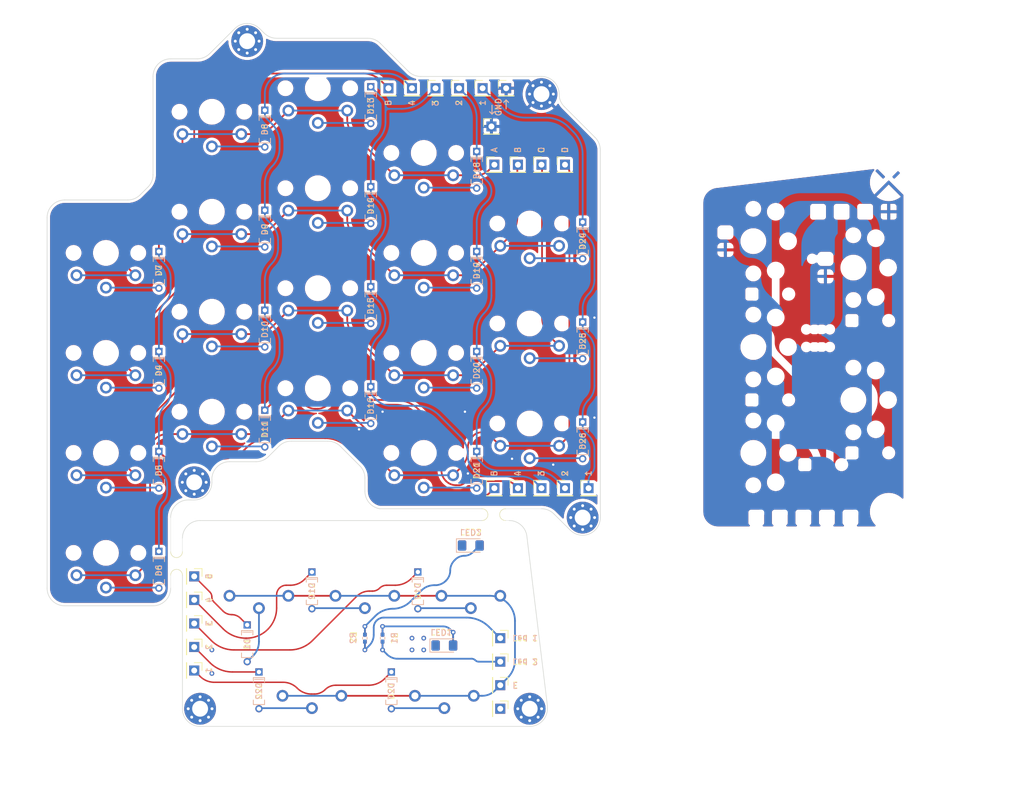
<source format=kicad_pcb>
(kicad_pcb (version 20211014) (generator pcbnew)

  (general
    (thickness 1.6)
  )

  (paper "A4")
  (layers
    (0 "F.Cu" signal)
    (31 "B.Cu" signal)
    (32 "B.Adhes" user "B.Adhesive")
    (33 "F.Adhes" user "F.Adhesive")
    (34 "B.Paste" user)
    (35 "F.Paste" user)
    (36 "B.SilkS" user "B.Silkscreen")
    (37 "F.SilkS" user "F.Silkscreen")
    (38 "B.Mask" user)
    (39 "F.Mask" user)
    (40 "Dwgs.User" user "User.Drawings")
    (41 "Cmts.User" user "User.Comments")
    (42 "Eco1.User" user "User.Eco1")
    (43 "Eco2.User" user "User.Eco2")
    (44 "Edge.Cuts" user)
    (45 "Margin" user)
    (46 "B.CrtYd" user "B.Courtyard")
    (47 "F.CrtYd" user "F.Courtyard")
    (48 "B.Fab" user)
    (49 "F.Fab" user)
    (50 "User.1" user)
    (51 "User.2" user)
    (52 "User.3" user)
    (53 "User.4" user)
    (54 "User.5" user)
    (55 "User.6" user)
    (56 "User.7" user)
    (57 "User.8" user)
    (58 "User.9" user)
  )

  (setup
    (stackup
      (layer "F.SilkS" (type "Top Silk Screen") (color "White"))
      (layer "F.Paste" (type "Top Solder Paste"))
      (layer "F.Mask" (type "Top Solder Mask") (color "Purple") (thickness 0.01))
      (layer "F.Cu" (type "copper") (thickness 0.035))
      (layer "dielectric 1" (type "core") (thickness 1.51) (material "FR4") (epsilon_r 4.5) (loss_tangent 0.02))
      (layer "B.Cu" (type "copper") (thickness 0.035))
      (layer "B.Mask" (type "Bottom Solder Mask") (color "Purple") (thickness 0.01))
      (layer "B.Paste" (type "Bottom Solder Paste"))
      (layer "B.SilkS" (type "Bottom Silk Screen") (color "White"))
      (copper_finish "None")
      (dielectric_constraints no)
    )
    (pad_to_mask_clearance 0)
    (pcbplotparams
      (layerselection 0x00010fc_ffffffff)
      (disableapertmacros false)
      (usegerberextensions false)
      (usegerberattributes true)
      (usegerberadvancedattributes true)
      (creategerberjobfile true)
      (svguseinch false)
      (svgprecision 6)
      (excludeedgelayer true)
      (plotframeref false)
      (viasonmask false)
      (mode 1)
      (useauxorigin false)
      (hpglpennumber 1)
      (hpglpenspeed 20)
      (hpglpendiameter 15.000000)
      (dxfpolygonmode true)
      (dxfimperialunits true)
      (dxfusepcbnewfont true)
      (psnegative false)
      (psa4output false)
      (plotreference true)
      (plotvalue true)
      (plotinvisibletext false)
      (sketchpadsonfab false)
      (subtractmaskfromsilk false)
      (outputformat 1)
      (mirror false)
      (drillshape 1)
      (scaleselection 1)
      (outputdirectory "")
    )
  )

  (net 0 "")
  (net 1 "GND")
  (net 2 "/LED1")
  (net 3 "Net-(D1-Pad2)")
  (net 4 "/LED2")
  (net 5 "/5")
  (net 6 "Net-(D4-Pad2)")
  (net 7 "Net-(D5-Pad2)")
  (net 8 "Net-(D6-Pad2)")
  (net 9 "/4")
  (net 10 "Net-(D8-Pad2)")
  (net 11 "Net-(D9-Pad2)")
  (net 12 "Net-(D10-Pad2)")
  (net 13 "Net-(D11-Pad2)")
  (net 14 "Net-(D12-Pad2)")
  (net 15 "/3")
  (net 16 "Net-(D13-Pad2)")
  (net 17 "Net-(D14-Pad2)")
  (net 18 "Net-(D15-Pad2)")
  (net 19 "Net-(D16-Pad2)")
  (net 20 "Net-(D17-Pad2)")
  (net 21 "/2")
  (net 22 "Net-(D18-Pad2)")
  (net 23 "Net-(D19-Pad2)")
  (net 24 "Net-(D20-Pad2)")
  (net 25 "Net-(D21-Pad2)")
  (net 26 "Net-(D22-Pad2)")
  (net 27 "/1")
  (net 28 "Net-(D24-Pad2)")
  (net 29 "Net-(D25-Pad2)")
  (net 30 "Net-(D26-Pad2)")
  (net 31 "Net-(D27-Pad2)")
  (net 32 "Net-(D2-Pad2)")
  (net 33 "Net-(D3-Pad2)")
  (net 34 "Net-(D7-Pad2)")
  (net 35 "/B")
  (net 36 "/C")
  (net 37 "/D")
  (net 38 "/A")
  (net 39 "/E")

  (footprint "resist_the:DIOAD829W49L456D191" (layer "F.Cu") (at 101 41 -90))

  (footprint "LED_SMD:LED_1206_3216Metric_Pad1.42x1.75mm_HandSolder" (layer "F.Cu") (at 131.5 128.75))

  (footprint "resist_the:DIOAD829W49L456D191" (layer "F.Cu") (at 127 119.5 -90))

  (footprint "mbk:Choc-1u-solder-flip" (layer "F.Cu") (at 136 116.5))

  (footprint "MountingHole:MountingHole_2.7mm_M2.5_Pad_Via" (layer "F.Cu") (at 155 107))

  (footprint "Connector_PinHeader_2.54mm:PinHeader_1x01_P2.54mm_Vertical" (layer "F.Cu") (at 152 102))

  (footprint "mbk:Choc-1u-solder-flip" (layer "F.Cu") (at 74 96))

  (footprint "Panelization:mouse-bite-2mm-slot" (layer "F.Cu") (at 86 114.8 90))

  (footprint "resist_the:DIOAD829W49L456D191" (layer "F.Cu") (at 83 116 -90))

  (footprint "mbk:Choc-1u-solder-flip" (layer "F.Cu") (at 100 116.5))

  (footprint "Connector_PinHeader_2.54mm:PinHeader_1x01_P2.54mm_Vertical" (layer "F.Cu") (at 142 34))

  (footprint "mbk:Choc-1u-solder-flip" (layer "F.Cu") (at 128 62))

  (footprint "Panelization:mouse-bite-2mm-slot" (layer "F.Cu") (at 139.9 106.5))

  (footprint "Connector_PinHeader_2.54mm:PinHeader_1x01_P2.54mm_Vertical" (layer "F.Cu") (at 122 34))

  (footprint "mbk:Choc-1u-solder-flip" (layer "F.Cu") (at 131.5 133.5))

  (footprint "Connector_PinHeader_2.54mm:PinHeader_1x01_P2.54mm_Vertical" (layer "F.Cu") (at 144 47))

  (footprint "mbk:Choc-1u-solder-flip" (layer "F.Cu") (at 92 89))

  (footprint "mbk:Choc-1u-solder-flip" (layer "F.Cu") (at 146 74))

  (footprint "mbk:Choc-1u-solder-flip" (layer "F.Cu") (at 128 45))

  (footprint "Resistor_SMD:R_0402_1005Metric_Pad0.72x0.64mm_HandSolder" (layer "F.Cu") (at 121 127.5 -90))

  (footprint "resist_the:DIOAD829W49L456D191" (layer "F.Cu") (at 101 92 -90))

  (footprint "mbk:Choc-1u-solder-flip" (layer "F.Cu") (at 118 116.5))

  (footprint "Connector_PinHeader_2.54mm:PinHeader_1x01_P2.54mm_Vertical" (layer "F.Cu") (at 141 135.5 -90))

  (footprint "mbk:Choc-1u-solder-flip" (layer "F.Cu") (at 128 79))

  (footprint "mbk:Choc-1u-solder-flip" (layer "F.Cu") (at 128 96))

  (footprint "resist_the:DIOAD829W49L456D191" (layer "F.Cu") (at 137 65 -90))

  (footprint "MountingHole:MountingHole_2.7mm_M2.5_Pad_Via" (layer "F.Cu") (at 148 35))

  (footprint "resist_the:DIOAD829W49L456D191" (layer "F.Cu") (at 119 71 -90))

  (footprint "mbk:Choc-1u-solder-flip" (layer "F.Cu") (at 92 55))

  (footprint "Connector_PinHeader_2.54mm:PinHeader_1x01_P2.54mm_Vertical" (layer "F.Cu") (at 89 121 -90))

  (footprint "resist_the:DIOAD829W49L456D191" (layer "F.Cu") (at 101 75 -90))

  (footprint "Resistor_SMD:R_0402_1005Metric_Pad0.72x0.64mm_HandSolder" (layer "F.Cu") (at 118 127.5 -90))

  (footprint "Connector_PinHeader_2.54mm:PinHeader_1x01_P2.54mm_Vertical" (layer "F.Cu") (at 156 102))

  (footprint "resist_the:DIOAD829W49L456D191" (layer "F.Cu") (at 119 88 -90))

  (footprint "Connector_PinHeader_2.54mm:PinHeader_1x01_P2.54mm_Vertical" (layer "F.Cu") (at 141 139.5 -90))

  (footprint "mbk:Choc-1u-solder-flip" (layer "F.Cu") (at 74 62))

  (footprint "Connector_PinHeader_2.54mm:PinHeader_1x01_P2.54mm_Vertical" (layer "F.Cu") (at 140 47))

  (footprint "Connector_PinHeader_2.54mm:PinHeader_1x01_P2.54mm_Vertical" (layer "F.Cu") (at 89 125 -90))

  (footprint "Connector_PinHeader_2.54mm:PinHeader_1x01_P2.54mm_Vertical" (layer "F.Cu") (at 148 47))

  (footprint "MountingHole:MountingHole_2.7mm_M2.5_Pad_Via" (layer "F.Cu") (at 89 101))

  (footprint "Connector_PinHeader_2.54mm:PinHeader_1x01_P2.54mm_Vertical" (layer "F.Cu") (at 89 117 -90))

  (footprint "resist_the:DIOAD829W49L456D191" (layer "F.Cu") (at 101 58 -90))

  (footprint "Connector_PinHeader_2.54mm:PinHeader_1x01_P2.54mm_Vertical" (layer "F.Cu") (at 144 102))

  (footprint "Connector_PinHeader_2.54mm:PinHeader_1x01_P2.54mm_Vertical" (layer "F.Cu") (at 152 47))

  (footprint "LED_SMD:LED_1206_3216Metric_Pad1.42x1.75mm_HandSolder" (layer "F.Cu") (at 136 111.75))

  (footprint "Connector_PinHeader_2.54mm:PinHeader_1x01_P2.54mm_Vertical" (layer "F.Cu") (at 141 127.5 -90))

  (footprint "MountingHole:MountingHole_2.7mm_M2.5_Pad_Via" (layer "F.Cu") (at 98 26))

  (footprint "Connector_PinHeader_2.54mm:PinHeader_1x01_P2.54mm_Vertical" (layer "F.Cu")
    (tedit 59FED5CC) (tstamp 862873a3-b984-484d-a303-7c8f4a55aaf2)
    (at 134 34)
    (descr "Through hole straight pin header, 1x01, 2.54mm pitch, single row")
    (tags "Through hole pin header THT 1x01 2.54mm single row")
    (property "Sheetfile" "meowboard.kicad_sch")
    (property "Sheetname" "")
    (path "/64a67706-1998-4c3c-b561-cfd1debbff51")
    (attr through_hole)
    (fp_text reference "J4" (at 0 -2.33) (layer "F.SilkS") hide
      (effects (font (size 1 1) (thickness 0.15)))
      (tstamp 0aee1bd0-f634-4bea-bfb2-b5ddb9ee4241)
    )
    (fp_text value "Conn_01x01" (at 0 2.33) (layer "F.Fab")
      (effects (font (size 1 1) (thickness 0.15)))
      (tstamp 4d700687-f242-402f-9afa-f431bb18bec1)
    )
    (fp_text user "${REFERENCE}" (at 0 0 90) (layer "F.Fab")
      (effects (font (size 1 1) (thickness 0.15)))
      (tstamp f8e0f77c-0961-43d6-bec4-63c418e53843)
    )
    (fp_line (start 1.33 1.27) (end 1.33 1.33) (layer "F.SilkS") (width 0.12) (tstamp 08362b20-d6fa-467e-9b9c-1771ce1e3a5a))
    (fp_line (start -1.33 -1.33) (end 0 -1.33) (layer "F.SilkS") (width 0.12) (tstamp 31701844-16ba-4275-aeb2-ea8f70796dc3))
    (fp_line (start -1.33 1.33) (end 1.33 1.33) (layer "F.SilkS") (width 0.12) (tstamp 9b4d76ba-d6c7-4d69-b580-12d52ff1fafc))
    (fp_line (start -1.33 1.27) (end -1.33 1.33) (layer "F.SilkS") (width 0.12) (tstamp c83b92a5-d581-4cca-bd42-9fd24749e000))
    (fp_line (start -1.33 0) (end -1.33 -1.33) (layer "F.SilkS") (width 0.12) (tstamp db391daf-f3d1-4e0e-ad75-14a2d99609b6))
    (fp_line (start -1.33 1.27) (end 1.33 1.27) (layer "F.SilkS") (width 0.12) (tstamp f1979aea-2107-473a-ba43-840615336eb3))
    (fp_line (start -1.8 1.8) (end 1.8 1.8) (layer "F.CrtYd") (width 0.05) (tstamp 082f5c38-0aeb-4f51-9cc3-3a31699e92cd))
    (fp_line (start -1.8 -1.8) (end -1.8 1.8) (layer "F.CrtYd") (width 0.05) (tstamp 4ba5b4af-37b7-49f3-a0ed-294745beaf6c))
    (fp_line (start 1.8 1.8) (end 1.8 -1.8) (layer "F.CrtYd") (width 0.05) (tstamp 805e89ee-4de2-4382-a757-d6468bc617a0))
    (fp_line (start 1.8 -1.8) (end -1.8 -1.8) (layer "F.CrtYd") (width 0.05) (tstamp dae02d45-2bec-4280-a3e4-bd1d9b53235f))
    (fp_line (start 1
... [2114068 chars truncated]
</source>
